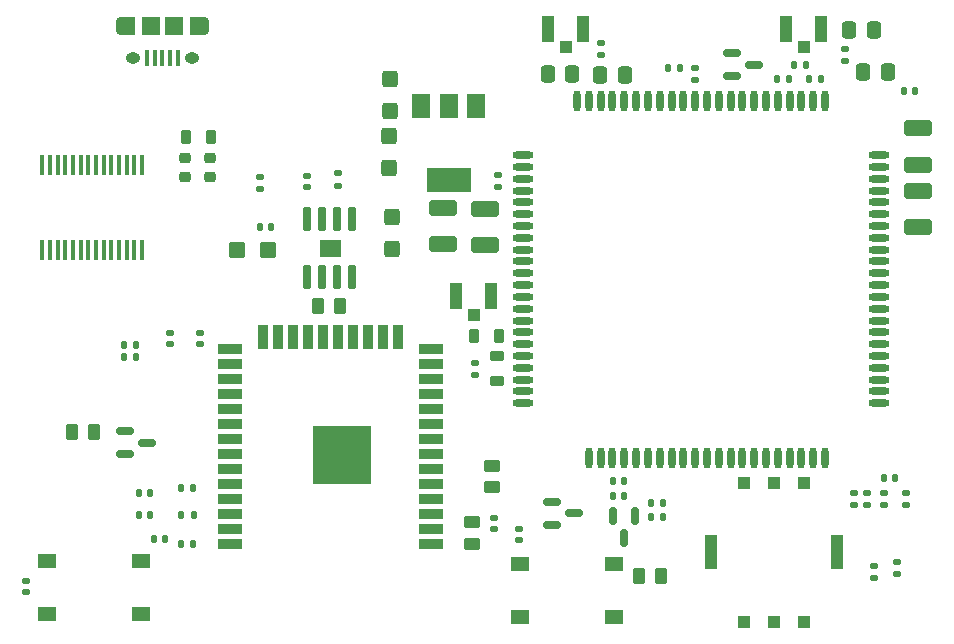
<source format=gtp>
G04 #@! TF.GenerationSoftware,KiCad,Pcbnew,(6.0.1-0)*
G04 #@! TF.CreationDate,2023-01-13T10:30:12+06:00*
G04 #@! TF.ProjectId,ESP_GSM,4553505f-4753-44d2-9e6b-696361645f70,rev?*
G04 #@! TF.SameCoordinates,Original*
G04 #@! TF.FileFunction,Paste,Top*
G04 #@! TF.FilePolarity,Positive*
%FSLAX46Y46*%
G04 Gerber Fmt 4.6, Leading zero omitted, Abs format (unit mm)*
G04 Created by KiCad (PCBNEW (6.0.1-0)) date 2023-01-13 10:30:12*
%MOMM*%
%LPD*%
G01*
G04 APERTURE LIST*
G04 Aperture macros list*
%AMRoundRect*
0 Rectangle with rounded corners*
0 $1 Rounding radius*
0 $2 $3 $4 $5 $6 $7 $8 $9 X,Y pos of 4 corners*
0 Add a 4 corners polygon primitive as box body*
4,1,4,$2,$3,$4,$5,$6,$7,$8,$9,$2,$3,0*
0 Add four circle primitives for the rounded corners*
1,1,$1+$1,$2,$3*
1,1,$1+$1,$4,$5*
1,1,$1+$1,$6,$7*
1,1,$1+$1,$8,$9*
0 Add four rect primitives between the rounded corners*
20,1,$1+$1,$2,$3,$4,$5,0*
20,1,$1+$1,$4,$5,$6,$7,0*
20,1,$1+$1,$6,$7,$8,$9,0*
20,1,$1+$1,$8,$9,$2,$3,0*%
G04 Aperture macros list end*
%ADD10C,0.010000*%
%ADD11RoundRect,0.135000X-0.185000X0.135000X-0.185000X-0.135000X0.185000X-0.135000X0.185000X0.135000X0*%
%ADD12R,1.500000X2.000000*%
%ADD13R,3.800000X2.000000*%
%ADD14RoundRect,0.250000X-0.262500X-0.450000X0.262500X-0.450000X0.262500X0.450000X-0.262500X0.450000X0*%
%ADD15O,0.600000X1.800000*%
%ADD16O,1.800000X0.600000*%
%ADD17R,1.100000X2.250000*%
%ADD18R,1.050000X1.100000*%
%ADD19RoundRect,0.135000X0.135000X0.185000X-0.135000X0.185000X-0.135000X-0.185000X0.135000X-0.185000X0*%
%ADD20RoundRect,0.250000X-0.925000X0.412500X-0.925000X-0.412500X0.925000X-0.412500X0.925000X0.412500X0*%
%ADD21RoundRect,0.140000X-0.170000X0.140000X-0.170000X-0.140000X0.170000X-0.140000X0.170000X0.140000X0*%
%ADD22RoundRect,0.140000X-0.140000X-0.170000X0.140000X-0.170000X0.140000X0.170000X-0.140000X0.170000X0*%
%ADD23RoundRect,0.135000X-0.135000X-0.185000X0.135000X-0.185000X0.135000X0.185000X-0.135000X0.185000X0*%
%ADD24RoundRect,0.250000X-0.450000X0.262500X-0.450000X-0.262500X0.450000X-0.262500X0.450000X0.262500X0*%
%ADD25RoundRect,0.218750X0.381250X-0.218750X0.381250X0.218750X-0.381250X0.218750X-0.381250X-0.218750X0*%
%ADD26O,1.250000X0.950000*%
%ADD27O,0.890000X1.550000*%
%ADD28R,0.400000X1.350000*%
%ADD29R,1.500000X1.550000*%
%ADD30R,1.200000X1.550000*%
%ADD31RoundRect,0.147500X-0.172500X0.147500X-0.172500X-0.147500X0.172500X-0.147500X0.172500X0.147500X0*%
%ADD32RoundRect,0.140000X0.170000X-0.140000X0.170000X0.140000X-0.170000X0.140000X-0.170000X-0.140000X0*%
%ADD33R,1.000000X1.100000*%
%ADD34R,1.000000X3.000000*%
%ADD35RoundRect,0.150000X-0.587500X-0.150000X0.587500X-0.150000X0.587500X0.150000X-0.587500X0.150000X0*%
%ADD36RoundRect,0.250000X-0.337500X-0.475000X0.337500X-0.475000X0.337500X0.475000X-0.337500X0.475000X0*%
%ADD37RoundRect,0.147500X-0.147500X-0.172500X0.147500X-0.172500X0.147500X0.172500X-0.147500X0.172500X0*%
%ADD38RoundRect,0.250000X0.925000X-0.412500X0.925000X0.412500X-0.925000X0.412500X-0.925000X-0.412500X0*%
%ADD39RoundRect,0.250000X-0.425000X0.450000X-0.425000X-0.450000X0.425000X-0.450000X0.425000X0.450000X0*%
%ADD40RoundRect,0.250000X0.262500X0.450000X-0.262500X0.450000X-0.262500X-0.450000X0.262500X-0.450000X0*%
%ADD41R,0.450000X1.750000*%
%ADD42R,1.550000X1.300000*%
%ADD43RoundRect,0.225000X-0.250000X0.225000X-0.250000X-0.225000X0.250000X-0.225000X0.250000X0.225000X0*%
%ADD44RoundRect,0.250000X0.450000X0.425000X-0.450000X0.425000X-0.450000X-0.425000X0.450000X-0.425000X0*%
%ADD45RoundRect,0.218750X-0.218750X-0.381250X0.218750X-0.381250X0.218750X0.381250X-0.218750X0.381250X0*%
%ADD46RoundRect,0.150000X-0.150000X0.587500X-0.150000X-0.587500X0.150000X-0.587500X0.150000X0.587500X0*%
%ADD47RoundRect,0.250000X0.425000X-0.450000X0.425000X0.450000X-0.425000X0.450000X-0.425000X-0.450000X0*%
%ADD48RoundRect,0.250000X0.450000X-0.262500X0.450000X0.262500X-0.450000X0.262500X-0.450000X-0.262500X0*%
%ADD49R,2.000000X0.900000*%
%ADD50R,0.900000X2.000000*%
%ADD51R,5.000000X5.000000*%
%ADD52RoundRect,0.147500X0.147500X0.172500X-0.147500X0.172500X-0.147500X-0.172500X0.147500X-0.172500X0*%
%ADD53RoundRect,0.250000X0.337500X0.475000X-0.337500X0.475000X-0.337500X-0.475000X0.337500X-0.475000X0*%
%ADD54RoundRect,0.042000X0.258000X-0.943000X0.258000X0.943000X-0.258000X0.943000X-0.258000X-0.943000X0*%
%ADD55RoundRect,0.135000X0.185000X-0.135000X0.185000X0.135000X-0.185000X0.135000X-0.185000X-0.135000X0*%
G04 APERTURE END LIST*
D10*
X107070000Y-62865000D02*
X107070000Y-61575000D01*
X107070000Y-61575000D02*
X108710000Y-61575000D01*
X108710000Y-61575000D02*
X108710000Y-62865000D01*
X108710000Y-62865000D02*
X107070000Y-62865000D01*
G36*
X108710000Y-62865000D02*
G01*
X107070000Y-62865000D01*
X107070000Y-61575000D01*
X108710000Y-61575000D01*
X108710000Y-62865000D01*
G37*
X108710000Y-62865000D02*
X107070000Y-62865000D01*
X107070000Y-61575000D01*
X108710000Y-61575000D01*
X108710000Y-62865000D01*
D11*
X138840000Y-47010000D03*
X138840000Y-48030000D03*
D12*
X120240000Y-50180000D03*
D13*
X117940000Y-56480000D03*
D12*
X117940000Y-50180000D03*
X115640000Y-50180000D03*
D14*
X86087500Y-77800000D03*
X87912500Y-77800000D03*
D15*
X129820000Y-79960000D03*
X130820000Y-79960000D03*
X131820000Y-79960000D03*
X132820000Y-79960000D03*
X133820000Y-79960000D03*
X134820000Y-79960000D03*
X135820000Y-79960000D03*
X136820000Y-79960000D03*
X137820000Y-79960000D03*
X138820000Y-79960000D03*
X139820000Y-79960000D03*
X140820000Y-79960000D03*
X141820000Y-79960000D03*
X142820000Y-79960000D03*
X143820000Y-79960000D03*
X144820000Y-79960000D03*
X145820000Y-79960000D03*
X146820000Y-79960000D03*
X147820000Y-79960000D03*
X148820000Y-79960000D03*
D16*
X154420000Y-74360000D03*
X154420000Y-73360000D03*
X154420000Y-72360000D03*
X154420000Y-71360000D03*
X154420000Y-70360000D03*
X154420000Y-69360000D03*
X154420000Y-68360000D03*
X154420000Y-67360000D03*
X154420000Y-66360000D03*
X154420000Y-65360000D03*
X154420000Y-64360000D03*
X154420000Y-63360000D03*
X154420000Y-62360000D03*
X154420000Y-61360000D03*
X154420000Y-60360000D03*
X154420000Y-59360000D03*
X154420000Y-58360000D03*
X154420000Y-57360000D03*
X154420000Y-56360000D03*
X154420000Y-55360000D03*
D15*
X148820000Y-49760000D03*
X147820000Y-49760000D03*
X146820000Y-49760000D03*
X145820000Y-49760000D03*
X144820000Y-49760000D03*
X143820000Y-49760000D03*
X142820000Y-49760000D03*
X141820000Y-49760000D03*
X140820000Y-49760000D03*
X139820000Y-49760000D03*
X138820000Y-49760000D03*
X137820000Y-49760000D03*
X136820000Y-49760000D03*
X135820000Y-49760000D03*
X134820000Y-49760000D03*
X133820000Y-49760000D03*
X132820000Y-49760000D03*
X131820000Y-49760000D03*
X130820000Y-49760000D03*
X129820000Y-49760000D03*
D16*
X124220000Y-55360000D03*
X124220000Y-56360000D03*
X124220000Y-57360000D03*
X124220000Y-58360000D03*
X124220000Y-59360000D03*
X124220000Y-60360000D03*
X124220000Y-61360000D03*
X124220000Y-62360000D03*
X124220000Y-63360000D03*
X124220000Y-64360000D03*
X124220000Y-65360000D03*
X124220000Y-66360000D03*
X124220000Y-67360000D03*
X124220000Y-68360000D03*
X124220000Y-69360000D03*
X124220000Y-70360000D03*
X124220000Y-71360000D03*
X124220000Y-72360000D03*
X124220000Y-73360000D03*
X124220000Y-74360000D03*
D15*
X149820000Y-79960000D03*
X149820000Y-49760000D03*
D16*
X154420000Y-54360000D03*
X154420000Y-75360000D03*
D15*
X128820000Y-49760000D03*
D16*
X124220000Y-75360000D03*
X124220000Y-54360000D03*
D11*
X152260000Y-82970000D03*
X152260000Y-83990000D03*
D17*
X126395000Y-43690000D03*
X129345000Y-43690000D03*
D18*
X127870000Y-45240000D03*
D19*
X96280000Y-87260000D03*
X95260000Y-87260000D03*
D20*
X157690000Y-57385000D03*
X157690000Y-60460000D03*
D11*
X154800000Y-82940000D03*
X154800000Y-83960000D03*
D21*
X121800000Y-85090000D03*
X121800000Y-86050000D03*
D22*
X131830000Y-81950000D03*
X132790000Y-81950000D03*
D23*
X136520000Y-47020000D03*
X137540000Y-47020000D03*
D24*
X121610000Y-80647500D03*
X121610000Y-82472500D03*
D11*
X155870000Y-88820000D03*
X155870000Y-89840000D03*
D25*
X122060000Y-73472500D03*
X122060000Y-71347500D03*
D19*
X96350000Y-84810000D03*
X95330000Y-84810000D03*
D26*
X96220000Y-46155000D03*
D27*
X90220000Y-43455000D03*
D26*
X91220000Y-46155000D03*
D27*
X97220000Y-43455000D03*
D28*
X95020000Y-46155000D03*
X94370000Y-46155000D03*
X93720000Y-46155000D03*
X93070000Y-46155000D03*
X92420000Y-46155000D03*
D29*
X92720000Y-43455000D03*
D30*
X96620000Y-43455000D03*
D29*
X94720000Y-43455000D03*
D30*
X90820000Y-43455000D03*
D31*
X94400000Y-69415000D03*
X94400000Y-70385000D03*
D32*
X82200000Y-91380000D03*
X82200000Y-90420000D03*
D33*
X148040000Y-93900000D03*
X145500000Y-93900000D03*
X142960000Y-93900000D03*
D34*
X150800000Y-88000000D03*
D33*
X148040000Y-82100000D03*
X145500000Y-82100000D03*
X142960000Y-82100000D03*
D34*
X140200000Y-88000000D03*
D11*
X153950000Y-89180000D03*
X153950000Y-90200000D03*
D31*
X96900000Y-69415000D03*
X96900000Y-70385000D03*
D11*
X153350000Y-82970000D03*
X153350000Y-83990000D03*
D35*
X141962500Y-45740000D03*
X141962500Y-47640000D03*
X143837500Y-46690000D03*
D36*
X151882500Y-43770000D03*
X153957500Y-43770000D03*
D35*
X126662500Y-83750000D03*
X126662500Y-85650000D03*
X128537500Y-84700000D03*
D37*
X92962500Y-86880000D03*
X93932500Y-86880000D03*
D14*
X134087500Y-90000000D03*
X135912500Y-90000000D03*
D20*
X121050000Y-58885000D03*
X121050000Y-61960000D03*
D38*
X157690000Y-55155000D03*
X157690000Y-52080000D03*
D39*
X113195000Y-59587500D03*
X113195000Y-62287500D03*
D19*
X149500000Y-47940000D03*
X148480000Y-47940000D03*
D40*
X108752500Y-67105000D03*
X106927500Y-67105000D03*
D35*
X90562500Y-77750000D03*
X90562500Y-79650000D03*
X92437500Y-78700000D03*
D41*
X91990000Y-55215000D03*
X91340000Y-55215000D03*
X90690000Y-55215000D03*
X90040000Y-55215000D03*
X89390000Y-55215000D03*
X88740000Y-55215000D03*
X88090000Y-55215000D03*
X87440000Y-55215000D03*
X86790000Y-55215000D03*
X86140000Y-55215000D03*
X85490000Y-55215000D03*
X84840000Y-55215000D03*
X84190000Y-55215000D03*
X83540000Y-55215000D03*
X83540000Y-62415000D03*
X84190000Y-62415000D03*
X84840000Y-62415000D03*
X85490000Y-62415000D03*
X86140000Y-62415000D03*
X86790000Y-62415000D03*
X87440000Y-62415000D03*
X88090000Y-62415000D03*
X88740000Y-62415000D03*
X89390000Y-62415000D03*
X90040000Y-62415000D03*
X90690000Y-62415000D03*
X91340000Y-62415000D03*
X91990000Y-62415000D03*
D42*
X83904000Y-88682000D03*
X91864000Y-88682000D03*
X83904000Y-93182000D03*
X91864000Y-93182000D03*
D11*
X151470000Y-45340000D03*
X151470000Y-46360000D03*
D22*
X154790000Y-81720000D03*
X155750000Y-81720000D03*
D31*
X105940000Y-56085000D03*
X105940000Y-57055000D03*
D43*
X95665000Y-54640000D03*
X95665000Y-56190000D03*
D44*
X102690000Y-62370000D03*
X99990000Y-62370000D03*
D45*
X95702500Y-52815000D03*
X97827500Y-52815000D03*
X120077500Y-69670000D03*
X122202500Y-69670000D03*
D37*
X101972500Y-60470000D03*
X102942500Y-60470000D03*
D23*
X90480000Y-71450000D03*
X91500000Y-71450000D03*
D46*
X133740000Y-84922500D03*
X131840000Y-84922500D03*
X132790000Y-86797500D03*
D37*
X91715000Y-83000000D03*
X92685000Y-83000000D03*
D17*
X146525000Y-43640000D03*
X149475000Y-43640000D03*
D18*
X148000000Y-45190000D03*
D47*
X112860000Y-55427500D03*
X112860000Y-52727500D03*
D17*
X118595000Y-66310000D03*
X121545000Y-66310000D03*
D18*
X120070000Y-67860000D03*
D11*
X130840000Y-44880000D03*
X130840000Y-45900000D03*
D37*
X91715000Y-84800000D03*
X92685000Y-84800000D03*
D42*
X124020000Y-88950000D03*
X131980000Y-88950000D03*
X124020000Y-93450000D03*
X131980000Y-93450000D03*
D21*
X123900000Y-86000000D03*
X123900000Y-86960000D03*
D48*
X119888000Y-87272500D03*
X119888000Y-85447500D03*
D49*
X116450000Y-87249000D03*
X116450000Y-85979000D03*
X116450000Y-84709000D03*
X116450000Y-83439000D03*
X116450000Y-82169000D03*
X116450000Y-80899000D03*
X116450000Y-79629000D03*
X116450000Y-78359000D03*
X116450000Y-77089000D03*
X116450000Y-75819000D03*
X116450000Y-74549000D03*
X116450000Y-73279000D03*
X116450000Y-72009000D03*
X116450000Y-70739000D03*
D50*
X113665000Y-69739000D03*
X112395000Y-69739000D03*
X111125000Y-69739000D03*
X109855000Y-69739000D03*
X108585000Y-69739000D03*
X107315000Y-69739000D03*
X106045000Y-69739000D03*
X104775000Y-69739000D03*
X103505000Y-69739000D03*
X102235000Y-69739000D03*
D49*
X99450000Y-70739000D03*
X99450000Y-72009000D03*
X99450000Y-73279000D03*
X99450000Y-74549000D03*
X99450000Y-75819000D03*
X99450000Y-77089000D03*
X99450000Y-78359000D03*
X99450000Y-79629000D03*
X99450000Y-80899000D03*
X99450000Y-82169000D03*
X99450000Y-83439000D03*
X99450000Y-84709000D03*
X99450000Y-85979000D03*
X99450000Y-87249000D03*
D51*
X108950000Y-79749000D03*
D52*
X148175000Y-46690000D03*
X147205000Y-46690000D03*
D37*
X131855000Y-83240000D03*
X132825000Y-83240000D03*
D11*
X156650000Y-82950000D03*
X156650000Y-83970000D03*
D20*
X117510000Y-58845000D03*
X117510000Y-61920000D03*
D43*
X97765000Y-54640000D03*
X97765000Y-56190000D03*
D39*
X112950000Y-47912500D03*
X112950000Y-50612500D03*
D36*
X130782500Y-47560000D03*
X132857500Y-47560000D03*
D19*
X96320000Y-82560000D03*
X95300000Y-82560000D03*
D23*
X135050000Y-83840000D03*
X136070000Y-83840000D03*
D53*
X128430000Y-47480000D03*
X126355000Y-47480000D03*
D32*
X122170000Y-57040000D03*
X122170000Y-56080000D03*
D54*
X105985000Y-64695000D03*
X107255000Y-64695000D03*
X108525000Y-64695000D03*
X109795000Y-64695000D03*
X109795000Y-59745000D03*
X108525000Y-59745000D03*
X107255000Y-59745000D03*
X105985000Y-59745000D03*
D36*
X153042500Y-47360000D03*
X155117500Y-47360000D03*
D11*
X120220000Y-71980000D03*
X120220000Y-73000000D03*
D37*
X145772500Y-47950000D03*
X146742500Y-47950000D03*
D11*
X101990000Y-56210000D03*
X101990000Y-57230000D03*
D22*
X156480000Y-48940000D03*
X157440000Y-48940000D03*
D23*
X90460000Y-70410000D03*
X91480000Y-70410000D03*
D19*
X136080000Y-84970000D03*
X135060000Y-84970000D03*
D55*
X108540000Y-56930000D03*
X108540000Y-55910000D03*
M02*

</source>
